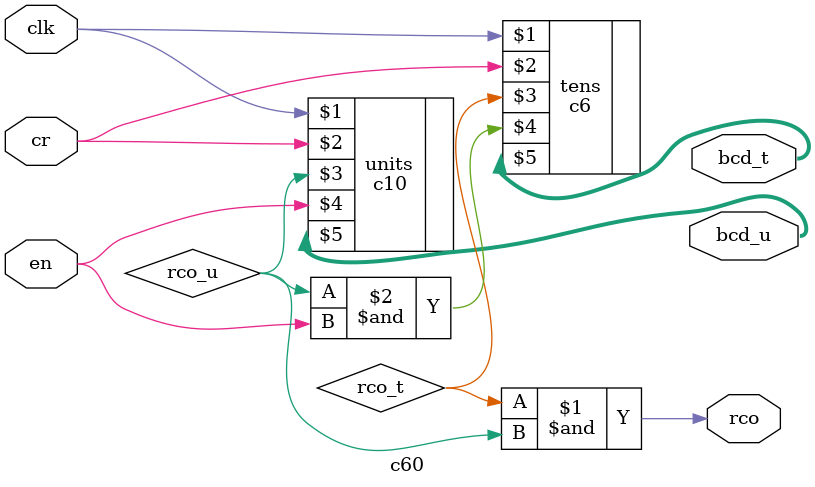
<source format=v>
`timescale 1ns / 1ps


module c60(
    input clk,
    input en,
    input cr,
    output rco,
    output [3:0] bcd_t,
    output [3:0] bcd_u
    );
    wire rco_u,rco_t;
    assign rco = rco_t&rco_u;        //60Î»½øÎ»ÐÅºÅ
    c10 units(clk,cr,rco_u,en,bcd_u);
    c6 tens(clk,cr,rco_t,rco_u&en,bcd_t);
endmodule

</source>
